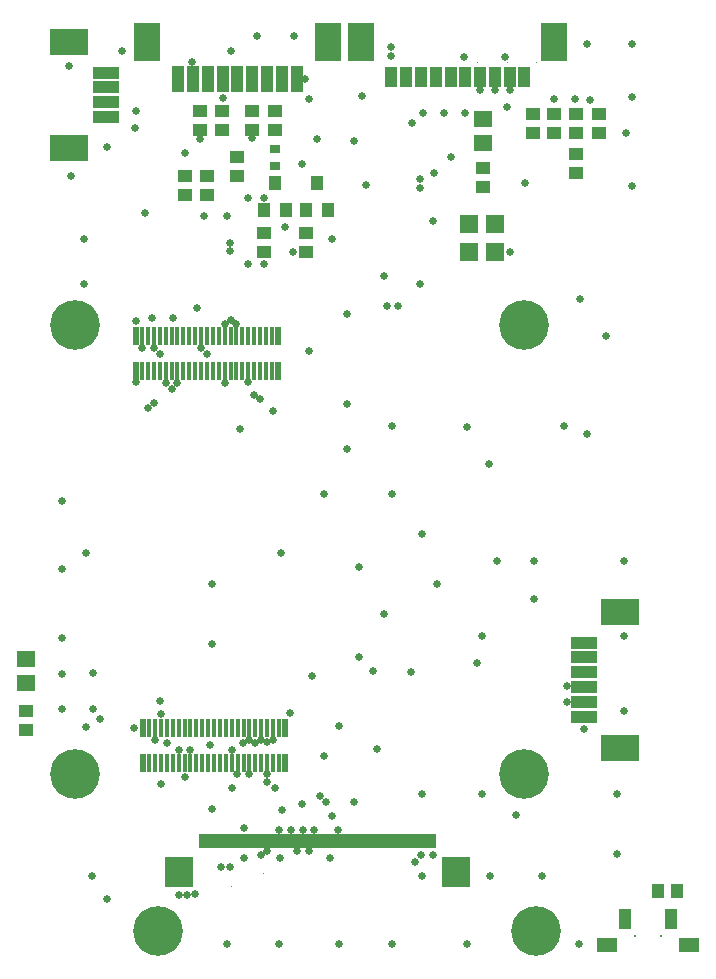
<source format=gts>
%FSLAX44Y44*%
%MOMM*%
G71*
G01*
G75*
G04 Layer_Color=8388736*
%ADD10R,0.8000X1.5000*%
%ADD11R,1.5000X1.0000*%
%ADD12R,1.0160X0.8890*%
%ADD13R,0.3000X1.3500*%
%ADD14R,0.2500X1.3500*%
%ADD15R,3.0000X2.1000*%
%ADD16R,2.1000X0.8000*%
%ADD17R,2.1844X2.4130*%
%ADD18R,0.3000X1.1000*%
%ADD19R,0.8128X1.0668*%
%ADD20R,0.8000X1.6000*%
%ADD21R,2.1000X3.0000*%
%ADD22R,0.8000X2.1000*%
%ADD23R,1.2954X1.1938*%
%ADD24R,0.8890X1.0160*%
%ADD25R,0.7000X0.6000*%
%ADD26R,1.3970X1.3970*%
%ADD27C,0.6000*%
%ADD28C,0.2540*%
%ADD29C,0.5000*%
%ADD30C,1.0000*%
%ADD31C,0.0254*%
%ADD32C,0.0254*%
G04:AMPARAMS|DCode=33|XSize=4mm|YSize=4mm|CornerRadius=2mm|HoleSize=0mm|Usage=FLASHONLY|Rotation=0.000|XOffset=0mm|YOffset=0mm|HoleType=Round|Shape=RoundedRectangle|*
%AMROUNDEDRECTD33*
21,1,4.0000,0.0000,0,0,0.0*
21,1,0.0000,4.0000,0,0,0.0*
1,1,4.0000,0.0000,0.0000*
1,1,4.0000,0.0000,0.0000*
1,1,4.0000,0.0000,0.0000*
1,1,4.0000,0.0000,0.0000*
%
%ADD33ROUNDEDRECTD33*%
%ADD34C,0.4500*%
%ADD35R,0.8128X0.8128*%
%ADD36R,1.2700X0.5080*%
%ADD37R,0.5000X0.8000*%
%ADD38R,1.3970X1.3970*%
%ADD39R,0.8000X1.5000*%
%ADD40R,1.4500X2.0000*%
%ADD41R,0.6096X2.0320*%
%ADD42O,0.6096X2.0320*%
%ADD43R,1.2000X1.8000*%
%ADD44R,1.0000X1.6000*%
%ADD45R,2.0000X2.0000*%
%ADD46R,2.5000X2.2000*%
%ADD47R,1.2954X1.6002*%
%ADD48R,1.6000X1.2000*%
%ADD49R,1.0668X0.8128*%
%ADD50R,3.5000X1.0000*%
%ADD51R,1.2000X1.6000*%
%ADD52R,2.1500X6.3000*%
%ADD53C,0.8000*%
%ADD54C,0.1200*%
%ADD55C,0.1000*%
%ADD56C,0.1501*%
%ADD57C,0.1500*%
%ADD58C,0.1250*%
%ADD59C,0.2032*%
%ADD60R,1.0032X1.7032*%
%ADD61R,1.7032X1.2032*%
%ADD62R,1.2192X1.0922*%
%ADD63R,0.5032X1.5532*%
%ADD64R,0.4532X1.5532*%
%ADD65R,3.2032X2.3032*%
%ADD66R,2.3032X1.0032*%
%ADD67R,2.3876X2.6162*%
%ADD68R,0.5032X1.3032*%
%ADD69R,1.0160X1.2700*%
%ADD70R,1.0032X1.8032*%
%ADD71R,2.3032X3.2032*%
%ADD72R,1.0032X2.3032*%
%ADD73R,1.4986X1.3970*%
%ADD74R,1.0922X1.2192*%
%ADD75R,0.9032X0.8032*%
%ADD76R,1.6002X1.6002*%
%ADD77C,0.2286*%
G04:AMPARAMS|DCode=78|XSize=4.2032mm|YSize=4.2032mm|CornerRadius=2.1016mm|HoleSize=0mm|Usage=FLASHONLY|Rotation=0.000|XOffset=0mm|YOffset=0mm|HoleType=Round|Shape=RoundedRectangle|*
%AMROUNDEDRECTD78*
21,1,4.2032,0.0000,0,0,0.0*
21,1,0.0000,4.2032,0,0,0.0*
1,1,4.2032,0.0000,0.0000*
1,1,4.2032,0.0000,0.0000*
1,1,4.2032,0.0000,0.0000*
1,1,4.2032,0.0000,0.0000*
%
%ADD78ROUNDEDRECTD78*%
%ADD79C,0.6532*%
D31*
X-71250Y78600D02*
X-71243D01*
X-97750Y68000D02*
X-97743D01*
X160473Y765320D02*
X160480D01*
X133973Y754720D02*
X133980D01*
X135473Y765320D02*
X135480D01*
X110473D02*
X110480D01*
X83973Y754720D02*
X83980D01*
X108973D02*
X108980D01*
X135473Y765320D02*
X135480D01*
D60*
X274800Y40230D02*
D03*
X235100D02*
D03*
D61*
X290000Y17630D02*
D03*
X220000D02*
D03*
D62*
X-271780Y200279D02*
D03*
Y216281D02*
D03*
X-34989Y604869D02*
D03*
Y620871D02*
D03*
X-70549Y604869D02*
D03*
Y620871D02*
D03*
X194310Y671449D02*
D03*
Y687451D02*
D03*
X-137500Y653288D02*
D03*
Y669290D02*
D03*
X-80010Y724281D02*
D03*
Y708279D02*
D03*
X-60960Y724281D02*
D03*
Y708279D02*
D03*
X-124460D02*
D03*
Y724281D02*
D03*
X194310Y705739D02*
D03*
Y721741D02*
D03*
X175730Y705739D02*
D03*
Y721741D02*
D03*
X157480Y705739D02*
D03*
Y721741D02*
D03*
X213360Y705739D02*
D03*
Y721741D02*
D03*
X-105410Y708279D02*
D03*
Y724281D02*
D03*
X-92710Y669429D02*
D03*
Y685431D02*
D03*
X-118500Y669290D02*
D03*
Y653288D02*
D03*
X115570Y660019D02*
D03*
Y676021D02*
D03*
D63*
X-178750Y504310D02*
D03*
Y533810D02*
D03*
X-58250Y504310D02*
D03*
Y533810D02*
D03*
X-172750Y172310D02*
D03*
Y201810D02*
D03*
X-52250Y172310D02*
D03*
Y201810D02*
D03*
D64*
X-173500Y504310D02*
D03*
Y533810D02*
D03*
X-168500Y504310D02*
D03*
Y533810D02*
D03*
X-163500Y504310D02*
D03*
Y533810D02*
D03*
X-158500Y504310D02*
D03*
Y533810D02*
D03*
X-153500Y504310D02*
D03*
Y533810D02*
D03*
X-148500Y504310D02*
D03*
Y533810D02*
D03*
X-143500Y504310D02*
D03*
Y533810D02*
D03*
X-138500Y504310D02*
D03*
Y533810D02*
D03*
X-133500Y504310D02*
D03*
Y533810D02*
D03*
X-128500Y504310D02*
D03*
Y533810D02*
D03*
X-123500Y504310D02*
D03*
Y533810D02*
D03*
X-118500Y504310D02*
D03*
Y533810D02*
D03*
X-113500Y504310D02*
D03*
Y533810D02*
D03*
X-108500Y504310D02*
D03*
Y533810D02*
D03*
X-103500Y504310D02*
D03*
Y533810D02*
D03*
X-98500Y504310D02*
D03*
Y533810D02*
D03*
X-93500Y504310D02*
D03*
Y533810D02*
D03*
X-88500Y504310D02*
D03*
Y533810D02*
D03*
X-83500Y504310D02*
D03*
Y533810D02*
D03*
X-78500Y504310D02*
D03*
Y533810D02*
D03*
X-73500Y504310D02*
D03*
Y533810D02*
D03*
X-68500Y504310D02*
D03*
Y533810D02*
D03*
X-63500Y504310D02*
D03*
Y533810D02*
D03*
X-167500Y172310D02*
D03*
Y201810D02*
D03*
X-162500Y172310D02*
D03*
Y201810D02*
D03*
X-157500Y172310D02*
D03*
Y201810D02*
D03*
X-152500Y172310D02*
D03*
Y201810D02*
D03*
X-147500Y172310D02*
D03*
Y201810D02*
D03*
X-142500Y172310D02*
D03*
Y201810D02*
D03*
X-137500Y172310D02*
D03*
Y201810D02*
D03*
X-132500Y172310D02*
D03*
Y201810D02*
D03*
X-127500Y172310D02*
D03*
Y201810D02*
D03*
X-122500Y172310D02*
D03*
Y201810D02*
D03*
X-117500Y172310D02*
D03*
Y201810D02*
D03*
X-112500Y172310D02*
D03*
Y201810D02*
D03*
X-107500Y172310D02*
D03*
Y201810D02*
D03*
X-102500Y172310D02*
D03*
Y201810D02*
D03*
X-97500Y172310D02*
D03*
Y201810D02*
D03*
X-92500Y172310D02*
D03*
Y201810D02*
D03*
X-87500Y172310D02*
D03*
Y201810D02*
D03*
X-82500Y172310D02*
D03*
Y201810D02*
D03*
X-77500Y172310D02*
D03*
Y201810D02*
D03*
X-72500Y172310D02*
D03*
Y201810D02*
D03*
X-67500Y172310D02*
D03*
Y201810D02*
D03*
X-62500Y172310D02*
D03*
Y201810D02*
D03*
X-57500Y172310D02*
D03*
Y201810D02*
D03*
D65*
X231400Y300270D02*
D03*
Y184870D02*
D03*
X-235210Y782870D02*
D03*
Y692870D02*
D03*
D66*
X200400Y274020D02*
D03*
Y261520D02*
D03*
Y223620D02*
D03*
Y211120D02*
D03*
Y236320D02*
D03*
Y248820D02*
D03*
X-204210Y719120D02*
D03*
Y731620D02*
D03*
Y744120D02*
D03*
Y756620D02*
D03*
D67*
X92443Y80065D02*
D03*
X-142437Y80065D02*
D03*
D68*
X-122500Y106500D02*
D03*
X-117500D02*
D03*
X-112500D02*
D03*
X-107500D02*
D03*
X-102500D02*
D03*
X-97500D02*
D03*
X-92500D02*
D03*
X-87500D02*
D03*
X-82500D02*
D03*
X-77500D02*
D03*
X-72500D02*
D03*
X-67500D02*
D03*
X-62500D02*
D03*
X-57500D02*
D03*
X-52500D02*
D03*
X-47500D02*
D03*
X-42500D02*
D03*
X-37500D02*
D03*
X-32500D02*
D03*
X-27500D02*
D03*
X-22500D02*
D03*
X-17500D02*
D03*
X-12500D02*
D03*
X-7500D02*
D03*
X-2500D02*
D03*
X2500D02*
D03*
X7500D02*
D03*
X12500D02*
D03*
X17500D02*
D03*
X22500D02*
D03*
X27500D02*
D03*
X32500D02*
D03*
X37500D02*
D03*
X42500D02*
D03*
X47500D02*
D03*
X52500D02*
D03*
X57500D02*
D03*
X62500D02*
D03*
X67500D02*
D03*
X72500D02*
D03*
D69*
X-25451Y662902D02*
D03*
X-15913Y639966D02*
D03*
X-34989D02*
D03*
X-61011Y662902D02*
D03*
X-51473Y639966D02*
D03*
X-70549D02*
D03*
D70*
X150230Y753320D02*
D03*
X137730D02*
D03*
X112730D02*
D03*
X87730D02*
D03*
X75230D02*
D03*
X62730D02*
D03*
X50230D02*
D03*
X37730D02*
D03*
X100230D02*
D03*
X125230D02*
D03*
D71*
X175730Y782320D02*
D03*
X12230D02*
D03*
X-15960Y782580D02*
D03*
X-169460D02*
D03*
D72*
X-42010Y751580D02*
D03*
X-143410D02*
D03*
X-130710D02*
D03*
X-54710D02*
D03*
X-67410D02*
D03*
X-105310D02*
D03*
X-92810D02*
D03*
X-80110D02*
D03*
X-118010D02*
D03*
D73*
X-271780Y239770D02*
D03*
Y259770D02*
D03*
X115570Y697390D02*
D03*
Y717390D02*
D03*
D74*
X279781Y63500D02*
D03*
X263779D02*
D03*
D75*
X-60960Y677430D02*
D03*
Y691630D02*
D03*
D76*
X103505Y628650D02*
D03*
X125095D02*
D03*
X103505Y604869D02*
D03*
X125095D02*
D03*
D77*
X265800Y25630D02*
D03*
X243600D02*
D03*
D78*
X-230000Y543060D02*
D03*
X150000D02*
D03*
Y163060D02*
D03*
X-230000D02*
D03*
X160000Y30000D02*
D03*
X-160000D02*
D03*
D79*
X62230Y659130D02*
D03*
Y666190D02*
D03*
X-203200Y693420D02*
D03*
X-178750Y724112D02*
D03*
X37500Y778510D02*
D03*
X37730Y770890D02*
D03*
X-19050Y177800D02*
D03*
X6350Y139495D02*
D03*
X63500Y76200D02*
D03*
X120825D02*
D03*
X165100D02*
D03*
X25223Y184150D02*
D03*
X-6350Y203523D02*
D03*
X228600Y95243D02*
D03*
Y145755D02*
D03*
X63767Y146179D02*
D03*
X114729Y146050D02*
D03*
X234950Y342900D02*
D03*
X158750Y311150D02*
D03*
Y342900D02*
D03*
X127000D02*
D03*
X203200Y450850D02*
D03*
X184150Y457200D02*
D03*
X120619Y425450D02*
D03*
X101600Y457018D02*
D03*
X0Y438150D02*
D03*
Y476250D02*
D03*
X38100Y457200D02*
D03*
Y400050D02*
D03*
X-19050D02*
D03*
X197644Y565150D02*
D03*
X241300Y660400D02*
D03*
Y736417D02*
D03*
Y781050D02*
D03*
X203228D02*
D03*
X134080Y769620D02*
D03*
X99060D02*
D03*
X-234956Y762000D02*
D03*
X-190812Y774700D02*
D03*
X-44450Y787696D02*
D03*
X-76200Y787400D02*
D03*
X6350Y698500D02*
D03*
X12700Y736600D02*
D03*
X73660Y671830D02*
D03*
X87730Y685380D02*
D03*
X-241300Y217964D02*
D03*
X-241507Y247650D02*
D03*
X-241300Y278130D02*
D03*
Y336550D02*
D03*
Y393700D02*
D03*
X234950Y215906D02*
D03*
Y279324D02*
D03*
X114300Y279400D02*
D03*
X76200Y323850D02*
D03*
X31750Y298450D02*
D03*
X-114300Y323850D02*
D03*
Y273050D02*
D03*
X-214630Y248160D02*
D03*
Y217710D02*
D03*
X-115570Y187484D02*
D03*
X-114300Y133350D02*
D03*
X-38282Y137615D02*
D03*
X-87500Y91733D02*
D03*
X-56252D02*
D03*
X-13970D02*
D03*
X196850Y19050D02*
D03*
X101600D02*
D03*
X38100D02*
D03*
X-6350D02*
D03*
X-57150D02*
D03*
X-101600D02*
D03*
X57500Y87980D02*
D03*
X62491Y94002D02*
D03*
X-142128Y60308D02*
D03*
X-135325Y60578D02*
D03*
X-128905Y60960D02*
D03*
X142780Y127920D02*
D03*
X-106680Y83820D02*
D03*
X-99125D02*
D03*
X-215900Y76454D02*
D03*
X-203200Y57150D02*
D03*
X-222250Y577850D02*
D03*
Y615950D02*
D03*
X-120650Y635000D02*
D03*
X-101621D02*
D03*
X-38177Y679450D02*
D03*
X-12700Y615950D02*
D03*
X31750Y584200D02*
D03*
X0Y552652D02*
D03*
X-31750Y520700D02*
D03*
X63500Y365760D02*
D03*
X186690Y224011D02*
D03*
Y237490D02*
D03*
X-103500Y543640D02*
D03*
X-118500Y518160D02*
D03*
X-123500Y523240D02*
D03*
X200660Y200660D02*
D03*
X-163500Y476580D02*
D03*
X-148500Y488950D02*
D03*
X-153500Y494030D02*
D03*
X-178750Y494760D02*
D03*
X-158500Y518160D02*
D03*
X-163500Y523240D02*
D03*
X-162560Y191770D02*
D03*
X-87630Y189200D02*
D03*
X-77470D02*
D03*
X-37500Y115570D02*
D03*
X-72500Y191770D02*
D03*
X-32050Y734360D02*
D03*
X-35820Y751580D02*
D03*
X125230Y741680D02*
D03*
X16129Y661289D02*
D03*
X100330Y722630D02*
D03*
X82550D02*
D03*
X64770D02*
D03*
X72500Y94090D02*
D03*
X-180600Y201810D02*
D03*
X-168500Y472440D02*
D03*
X-80010Y701040D02*
D03*
X-25690Y700060D02*
D03*
X-52451Y625729D02*
D03*
X-70549Y650240D02*
D03*
X-103500Y494030D02*
D03*
X-83500Y494350D02*
D03*
X-157500Y213360D02*
D03*
X-46069Y604869D02*
D03*
X-130810Y765810D02*
D03*
X-70549Y594360D02*
D03*
X-83820Y650240D02*
D03*
Y595010D02*
D03*
X-173500Y523240D02*
D03*
X-62730Y470470D02*
D03*
X-90170Y454660D02*
D03*
X22080Y249770D02*
D03*
X-29210Y245650D02*
D03*
X54610Y248920D02*
D03*
X-142500Y182880D02*
D03*
X-137500Y160020D02*
D03*
X-132500Y182880D02*
D03*
X-208850Y209550D02*
D03*
X-137160Y688721D02*
D03*
X-124460Y700060D02*
D03*
X-233680Y669290D02*
D03*
X-105310Y735430D02*
D03*
X-97790Y774700D02*
D03*
X62230Y577930D02*
D03*
X-157900Y224790D02*
D03*
X-152500Y189230D02*
D03*
X137730Y741680D02*
D03*
X43529Y558880D02*
D03*
X34290D02*
D03*
X112730Y741680D02*
D03*
X72500Y631190D02*
D03*
X135350Y727470D02*
D03*
X175730Y734060D02*
D03*
X193381D02*
D03*
X236220Y705739D02*
D03*
X206080Y733719D02*
D03*
X219710Y534035D02*
D03*
X10160Y337820D02*
D03*
Y261620D02*
D03*
X110490Y256540D02*
D03*
X-7500Y115570D02*
D03*
X-12500Y127000D02*
D03*
X-22500Y144480D02*
D03*
X-17500Y139425D02*
D03*
X-62500Y191770D02*
D03*
X-67500Y189480D02*
D03*
X-82500Y191770D02*
D03*
Y162560D02*
D03*
X-67500Y156210D02*
D03*
X-57500Y115570D02*
D03*
X-47491D02*
D03*
X-55152Y132551D02*
D03*
X-92710Y162560D02*
D03*
X-97250Y151130D02*
D03*
X-67500Y97600D02*
D03*
X-72500Y94630D02*
D03*
X-42500Y97600D02*
D03*
X-32500D02*
D03*
X-67500Y162560D02*
D03*
X-60960Y151130D02*
D03*
X-27500Y115487D02*
D03*
X-48260Y214630D02*
D03*
X-87500Y117210D02*
D03*
X-147230Y548550D02*
D03*
X-127000Y557530D02*
D03*
X-93500Y543640D02*
D03*
X-99060Y612140D02*
D03*
X-98500Y547290D02*
D03*
X-99095Y605755D02*
D03*
X-171110Y637540D02*
D03*
X-179070Y709930D02*
D03*
X-165091Y548649D02*
D03*
X54800Y714311D02*
D03*
X151130Y662940D02*
D03*
X-157480Y154665D02*
D03*
X-97500Y182880D02*
D03*
X-220980Y202819D02*
D03*
X-178750Y546619D02*
D03*
X-56166Y350193D02*
D03*
X-220653D02*
D03*
X137730Y604869D02*
D03*
X-143510Y494030D02*
D03*
X-78500Y483880D02*
D03*
X-73500Y480220D02*
D03*
M02*

</source>
